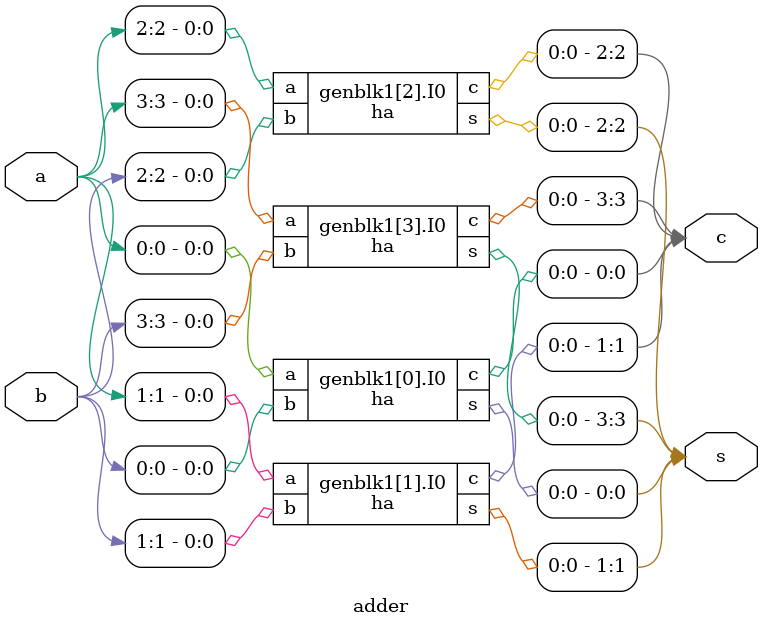
<source format=v>

module ha(a,b,s,c);
  input a,b;
  output s,c;
  
  assign s=a^b;
  assign c=a&b;
endmodule

module adder(a,b,s,c);
  parameter N=4;
  input [N-1:0] a,b;
  output [N-1:0] s,c;
  
  genvar i;
  
  generate
    for(i=0;i<N;i++)
      ha I0(a[i],b[i],s[i],c[i]);
  endgenerate
endmodule
</source>
